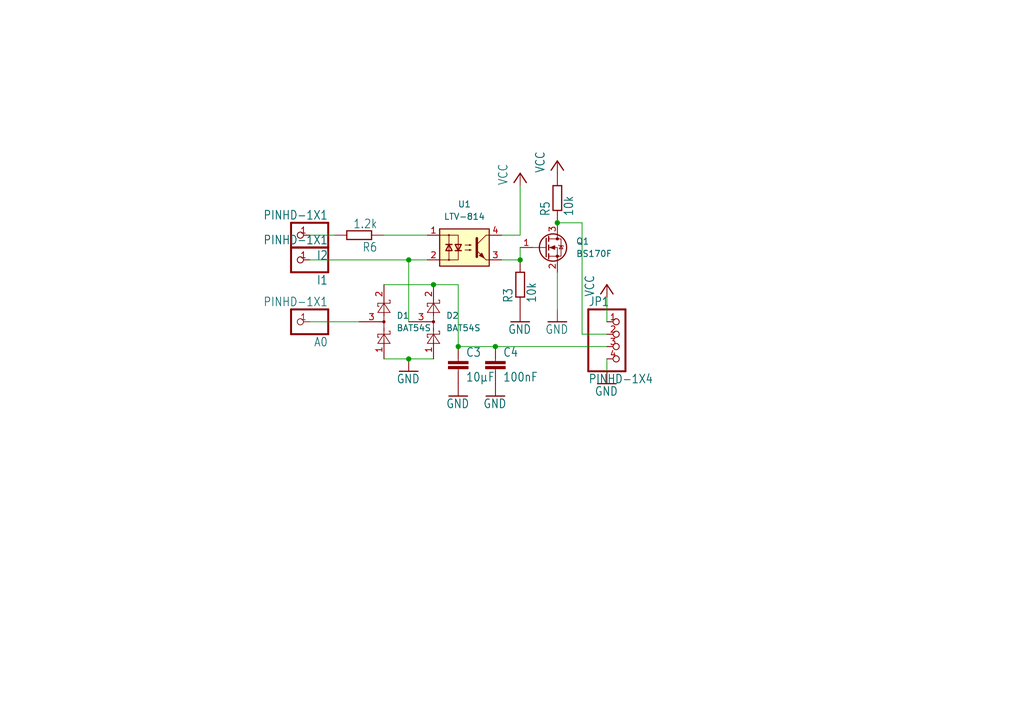
<source format=kicad_sch>
(kicad_sch (version 20211123) (generator eeschema)
  (paper "A5")
  (title_block (title "Alimentation LinkyMySensors") (company "FuméeBleue"))
  (lib_symbols
    (symbol "AlimTeleinfoMySensors-eagle-import:C-EUC1206"
      (property "Reference" "C" (at 1.524 0.381 0))
      (property "Value" "C-EUC1206" (at 1.524 -4.699 0))
      (symbol "C-EUC1206_1_0"
        (rectangle (start -2.032 -2.032) (end 2.032 -1.524) (fill (type outline)))
        (rectangle (start -2.032 -1.016) (end 2.032 -0.508) (fill (type outline)))
        (polyline (pts (xy 0 -2.54) (xy 0 -2.032)) (stroke (width 0.1524)))
        (polyline (pts (xy 0 0) (xy 0 -0.508)) (stroke (width 0.1524)))
        (pin passive line (at 0 2.54 270) (length 2.54) (name "1") (number "1"))
        (pin passive line (at 0 -5.08 90) (length 2.54) (name "2") (number "2"))
      )
    )
    (symbol "AlimTeleinfoMySensors-eagle-import:C-EUC1210"
      (property "Reference" "C" (at 1.524 0.381 0))
      (property "Value" "C-EUC1210" (at 1.524 -4.699 0))
      (symbol "C-EUC1210_1_0"
        (rectangle (start -2.032 -2.032) (end 2.032 -1.524) (fill (type outline)))
        (rectangle (start -2.032 -1.016) (end 2.032 -0.508) (fill (type outline)))
        (polyline (pts (xy 0 -2.54) (xy 0 -2.032)) (stroke (width 0.1524)))
        (polyline (pts (xy 0 0) (xy 0 -0.508)) (stroke (width 0.1524)))
        (pin passive line (at 0 2.54 270) (length 2.54) (name "1") (number "1"))
        (pin passive line (at 0 -5.08 90) (length 2.54) (name "2") (number "2"))
      )
    )
    (symbol "AlimTeleinfoMySensors-eagle-import:GND" (power)
      (property "Value" "GND" (at -2.54 -2.54 0))
      (symbol "GND_1_0"
        (polyline (pts (xy -1.905 0) (xy 1.905 0)) (stroke (width 0.254)))
        (pin power_in line (at 0 2.54 270) (length 2.54) (name "GND") (number "1"))
      )
    )
    (symbol "AlimTeleinfoMySensors-eagle-import:PINHD-1X1"
      (property "Reference" "JP" (at -6.35 3.175 0))
      (property "Value" "PINHD-1X1" (at -6.35 -5.08 0))
      (symbol "PINHD-1X1_1_0"
        (polyline (pts (xy -6.35 -2.54) (xy 1.27 -2.54)) (stroke (width 0.4064)))
        (polyline (pts (xy -6.35 2.54) (xy -6.35 -2.54)) (stroke (width 0.4064)))
        (polyline (pts (xy 1.27 -2.54) (xy 1.27 2.54)) (stroke (width 0.4064)))
        (polyline (pts (xy 1.27 2.54) (xy -6.35 2.54)) (stroke (width 0.4064)))
        (pin passive inverted (at -2.54 0 0) (length 2.54) (name "1") (number "1"))
      )
    )
    (symbol "AlimTeleinfoMySensors-eagle-import:PINHD-1X4"
      (property "Reference" "JP" (at -6.35 8.255 0))
      (property "Value" "PINHD-1X4" (at -6.35 -7.62 0))
      (symbol "PINHD-1X4_1_0"
        (polyline (pts (xy -6.35 -5.08) (xy 1.27 -5.08)) (stroke (width 0.4064)))
        (polyline (pts (xy -6.35 7.62) (xy -6.35 -5.08)) (stroke (width 0.4064)))
        (polyline (pts (xy 1.27 -5.08) (xy 1.27 7.62)) (stroke (width 0.4064)))
        (polyline (pts (xy 1.27 7.62) (xy -6.35 7.62)) (stroke (width 0.4064)))
        (pin passive inverted (at -2.54 5.08 0) (length 2.54) (name "1") (number "1"))
        (pin passive inverted (at -2.54 2.54 0) (length 2.54) (name "2") (number "2"))
        (pin passive inverted (at -2.54 0 0) (length 2.54) (name "3") (number "3"))
        (pin passive inverted (at -2.54 -2.54 0) (length 2.54) (name "4") (number "4"))
      )
    )
    (symbol "AlimTeleinfoMySensors-eagle-import:R-EU_M1206"
      (property "Reference" "R" (at -3.81 1.4986 0))
      (property "Value" "R-EU_M1206" (at -3.81 -3.302 0))
      (symbol "R-EU_M1206_1_0"
        (polyline (pts (xy -2.54 -0.889) (xy -2.54 0.889)) (stroke (width 0.254)))
        (polyline (pts (xy -2.54 -0.889) (xy 2.54 -0.889)) (stroke (width 0.254)))
        (polyline (pts (xy 2.54 -0.889) (xy 2.54 0.889)) (stroke (width 0.254)))
        (polyline (pts (xy 2.54 0.889) (xy -2.54 0.889)) (stroke (width 0.254)))
        (pin passive line (at -5.08 0 0) (length 2.54) (name "1") (number "1"))
        (pin passive line (at 5.08 0 180) (length 2.54) (name "2") (number "2"))
      )
    )
    (symbol "AlimTeleinfoMySensors-eagle-import:VCC" (power)
      (property "Value" "VCC" (at -2.54 -2.54 90))
      (symbol "VCC_1_0"
        (polyline (pts (xy 0 0) (xy -1.27 -1.905)) (stroke (width 0.254)))
        (polyline (pts (xy 1.27 -1.905) (xy 0 0)) (stroke (width 0.254)))
        (pin power_in line (at 0 -2.54 90) (length 2.54) (name "VCC") (number "1"))
      )
    )
    (symbol "Diode:BAT54S" (pin_names (offset 1.016))
      (property "Reference" "D" (at 0.635 -3.81 0))
      (property "Value" "BAT54S" (at -6.35 3.175 0))
      (symbol "BAT54S_0_1"
        (polyline (pts (xy -3.81 0) (xy -1.27 0)))
        (polyline (pts (xy -3.175 -1.27) (xy -3.175 -1.016)))
        (polyline (pts (xy -2.54 -1.27) (xy -3.175 -1.27)))
        (polyline (pts (xy -2.54 -1.27) (xy -2.54 1.27)))
        (polyline (pts (xy -2.54 1.27) (xy -1.905 1.27)))
        (polyline (pts (xy -1.905 0) (xy 1.905 0)))
        (polyline (pts (xy -1.905 1.27) (xy -1.905 1.016)))
        (polyline (pts (xy 1.27 0) (xy 3.81 0)))
        (polyline (pts (xy 3.175 -1.27) (xy 3.175 -1.016)))
        (polyline (pts (xy 3.81 -1.27) (xy 3.175 -1.27)))
        (polyline (pts (xy 3.81 -1.27) (xy 3.81 1.27)))
        (polyline (pts (xy 3.81 1.27) (xy 4.445 1.27)))
        (polyline (pts (xy 4.445 1.27) (xy 4.445 1.016)))
        (polyline (pts (xy -4.445 1.27) (xy -4.445 -1.27) (xy -2.54 0) (xy -4.445 1.27)))
        (polyline (pts (xy 1.905 1.27) (xy 1.905 -1.27) (xy 3.81 0) (xy 1.905 1.27)))
        (circle (center 0 0) (radius 0.254) (fill (type outline)))
      )
      (symbol "BAT54S_1_1"
        (pin passive line (at -7.62 0 0) (length 3.81) (name "~") (number "1"))
        (pin passive line (at 7.62 0 180) (length 3.81) (name "~") (number "2"))
        (pin passive line (at 0 -5.08 90) (length 5.08) (name "~") (number "3"))
      )
    )
    (symbol "Isolator:LTV-814" (pin_names (offset 1.016))
      (property "Reference" "U" (at -5.08 5.08 0))
      (property "Value" "LTV-814" (at 0 5.08 0))
      (symbol "LTV-814_0_1"
        (rectangle (start -5.08 3.81) (end 5.08 -3.81) (stroke (width 0.254)) (fill (type background)))
        (circle (center -3.175 -2.54) (radius 0.127))
        (circle (center -3.175 2.54) (radius 0.127))
        (polyline (pts (xy -3.175 2.54) (xy -3.175 -2.54)))
        (polyline (pts (xy -1.905 -0.635) (xy -0.635 -0.635)) (stroke (width 0.254)))
        (polyline (pts (xy 2.54 0.635) (xy 4.445 2.54)))
        (polyline (pts (xy 4.445 -2.54) (xy 2.54 -0.635)) (fill (type outline)))
        (polyline (pts (xy 4.445 -2.54) (xy 5.08 -2.54)))
        (polyline (pts (xy 4.445 2.54) (xy 5.08 2.54)))
        (polyline (pts (xy -5.08 2.54) (xy -1.27 2.54) (xy -1.27 -0.762)))
        (polyline (pts (xy -1.27 -0.635) (xy -1.27 -2.54) (xy -5.08 -2.54)))
        (polyline (pts (xy 2.54 1.905) (xy 2.54 -1.905) (xy 2.54 -1.905)) (stroke (width 0.508)))
        (polyline (pts (xy -1.27 -0.635) (xy -1.905 0.635) (xy -0.635 0.635) (xy -1.27 -0.635)) (stroke (width 0.254)))
        (polyline (pts (xy 0.127 -0.508) (xy 1.397 -0.508) (xy 1.016 -0.635) (xy 1.016 -0.381) (xy 1.397 -0.508)))
        (polyline (pts (xy 0.127 0.508) (xy 1.397 0.508) (xy 1.016 0.381) (xy 1.016 0.635) (xy 1.397 0.508)))
        (polyline (pts (xy 3.048 -1.651) (xy 3.556 -1.143) (xy 4.064 -2.159) (xy 3.048 -1.651) (xy 3.048 -1.651)) (fill (type outline)))
      )
      (symbol "LTV-814_1_1"
        (polyline (pts (xy -3.81 0.635) (xy -2.54 0.635)) (stroke (width 0.254)))
        (polyline (pts (xy -3.175 0.635) (xy -3.81 -0.635) (xy -2.54 -0.635) (xy -3.175 0.635)) (stroke (width 0.254)))
        (pin passive line (at -7.62 2.54 0) (length 2.54) (name "~") (number "1"))
        (pin passive line (at -7.62 -2.54 0) (length 2.54) (name "~") (number "2"))
        (pin passive line (at 7.62 -2.54 180) (length 2.54) (name "~") (number "3"))
        (pin passive line (at 7.62 2.54 180) (length 2.54) (name "~") (number "4"))
      )
    )
    (symbol "Transistor_FET:BS170F" (pin_names hide)
      (property "Reference" "Q" (at 5.08 1.905 0))
      (property "Value" "BS170F" (at 5.08 0 0))
      (symbol "BS170F_0_1"
        (polyline (pts (xy 0.254 0) (xy -2.54 0)))
        (polyline (pts (xy 0.254 1.905) (xy 0.254 -1.905)) (stroke (width 0.254)))
        (polyline (pts (xy 0.762 -1.27) (xy 0.762 -2.286)) (stroke (width 0.254)))
        (polyline (pts (xy 0.762 0.508) (xy 0.762 -0.508)) (stroke (width 0.254)))
        (polyline (pts (xy 0.762 2.286) (xy 0.762 1.27)) (stroke (width 0.254)))
        (polyline (pts (xy 2.54 2.54) (xy 2.54 1.778)))
        (polyline (pts (xy 2.54 -2.54) (xy 2.54 0) (xy 0.762 0)))
        (polyline (pts (xy 0.762 -1.778) (xy 3.302 -1.778) (xy 3.302 1.778) (xy 0.762 1.778)))
        (polyline (pts (xy 1.016 0) (xy 2.032 0.381) (xy 2.032 -0.381) (xy 1.016 0)) (fill (type outline)))
        (polyline (pts (xy 2.794 0.508) (xy 2.921 0.381) (xy 3.683 0.381) (xy 3.81 0.254)))
        (polyline (pts (xy 3.302 0.381) (xy 2.921 -0.254) (xy 3.683 -0.254) (xy 3.302 0.381)))
        (circle (center 1.651 0) (radius 2.794) (stroke (width 0.254)))
        (circle (center 2.54 -1.778) (radius 0.254) (fill (type outline)))
        (circle (center 2.54 1.778) (radius 0.254) (fill (type outline)))
      )
      (symbol "BS170F_1_1"
        (pin input line (at -5.08 0 0) (length 2.54) (name "G") (number "1"))
        (pin passive line (at 2.54 -5.08 90) (length 2.54) (name "S") (number "2"))
        (pin passive line (at 2.54 5.08 270) (length 2.54) (name "D") (number "3"))
      )
    )
  )
  (junction (at 114.3 45.72))
  (junction (at 83.82 73.66))
  (junction (at 93.98 71.12))
  (junction (at 101.6 71.12))
  (junction (at 106.68 53.34))
  (junction (at 88.9 58.42))
  (junction (at 83.82 53.34))
  (wire (pts (xy 101.6 71.12) (xy 93.98 71.12)))
  (wire (pts (xy 88.9 58.42) (xy 93.98 58.42)))
  (wire (pts (xy 102.87 53.34) (xy 106.68 53.34)))
  (wire (pts (xy 63.5 48.26) (xy 68.58 48.26)))
  (wire (pts (xy 78.74 58.42) (xy 88.9 58.42)))
  (wire (pts (xy 93.98 58.42) (xy 93.98 71.12)))
  (wire (pts (xy 78.74 48.26) (xy 87.63 48.26)))
  (wire (pts (xy 114.3 45.72) (xy 119.38 45.72)))
  (wire (pts (xy 124.46 60.96) (xy 124.46 66.04)))
  (wire (pts (xy 83.82 73.66) (xy 88.9 73.66)))
  (wire (pts (xy 124.46 71.12) (xy 101.6 71.12)))
  (wire (pts (xy 83.82 53.34) (xy 87.63 53.34)))
  (wire (pts (xy 124.46 76.2) (xy 124.46 73.66)))
  (wire (pts (xy 63.5 66.04) (xy 73.66 66.04)))
  (wire (pts (xy 114.3 63.5) (xy 114.3 55.88)))
  (wire (pts (xy 83.82 66.04) (xy 83.82 53.34)))
  (wire (pts (xy 78.74 73.66) (xy 83.82 73.66)))
  (wire (pts (xy 63.5 53.34) (xy 83.82 53.34)))
  (wire (pts (xy 119.38 68.58) (xy 124.46 68.58)))
  (wire (pts (xy 106.68 38.1) (xy 106.68 48.26)))
  (wire (pts (xy 119.38 45.72) (xy 119.38 68.58)))
  (wire (pts (xy 106.68 50.8) (xy 106.68 53.34)))
  (wire (pts (xy 102.87 48.26) (xy 106.68 48.26)))
  (symbol (lib_id "AlimTeleinfoMySensors-eagle-import:GND") (at 114.3 66.04 0) (unit 1)
    (property "Reference" "#GND012" (effects hide))
    (property "Value" "GND" (at 111.76 68.58 0) (effects (font (size 1.778 1.5113)) (justify left bottom)))
    (property "Footprint" "AlimTeleinfoMySensors:" (effects hide))
  )
  (symbol (lib_id "AlimTeleinfoMySensors-eagle-import:GND") (at 93.98 81.28 0) (unit 1)
    (property "Reference" "#GND04" (effects hide))
    (property "Value" "GND" (at 91.44 83.82 0) (effects (font (size 1.778 1.5113)) (justify left bottom)))
    (property "Footprint" "AlimTeleinfoMySensors:" (effects hide))
  )
  (symbol (lib_id "AlimTeleinfoMySensors-eagle-import:PINHD-1X1") (at 60.96 53.34 180) (unit 1)
    (property "Reference" "I1" (at 67.31 56.515 0) (effects (font (size 1.778 1.5113)) (justify left bottom)))
    (property "Value" "PINHD-1X1" (at 67.31 48.26 0) (effects (font (size 1.778 1.5113)) (justify left bottom)))
    (property "Footprint" "AlimTeleinfoMySensors:1X01" (effects hide))
  )
  (symbol (lib_id "AlimTeleinfoMySensors-eagle-import:R-EU_M1206") (at 73.66 48.26 180) (unit 1)
    (property "Reference" "R6" (at 77.47 49.7586 0) (effects (font (size 1.778 1.5113)) (justify left bottom)))
    (property "Value" "1.2k" (at 77.47 44.958 0) (effects (font (size 1.778 1.5113)) (justify left bottom)))
    (property "Footprint" "Resistor_SMD:R_1206_3216Metric" (effects hide))
  )
  (symbol (lib_id "AlimTeleinfoMySensors-eagle-import:VCC") (at 124.46 58.42 0) (unit 1)
    (property "Reference" "#P+02" (effects hide))
    (property "Value" "VCC" (at 121.92 60.96 90) (effects (font (size 1.778 1.5113)) (justify left bottom)))
    (property "Footprint" "AlimTeleinfoMySensors:" (effects hide))
  )
  (symbol (lib_id "AlimTeleinfoMySensors-eagle-import:R-EU_M1206") (at 106.68 58.42 90) (unit 1)
    (property "Reference" "R3" (at 105.1814 62.23 0) (effects (font (size 1.778 1.5113)) (justify left bottom)))
    (property "Value" "10k" (at 109.982 62.23 0) (effects (font (size 1.778 1.5113)) (justify left bottom)))
    (property "Footprint" "Resistor_SMD:R_1206_3216Metric" (effects hide))
  )
  (symbol (lib_id "AlimTeleinfoMySensors-eagle-import:GND") (at 106.68 66.04 0) (unit 1)
    (property "Reference" "#GND05" (effects hide))
    (property "Value" "GND" (at 104.14 68.58 0) (effects (font (size 1.778 1.5113)) (justify left bottom)))
    (property "Footprint" "AlimTeleinfoMySensors:" (effects hide))
  )
  (symbol (lib_id "Transistor_FET:BS170F") (at 111.76 50.8 0) (unit 1)
    (property "Reference" "Q1" (at 118.11 49.5299 0) (effects (justify left)))
    (property "Value" "BS170F" (at 118.11 52.0699 0) (effects (justify left)))
    (property "Footprint" "Package_TO_SOT_SMD:SOT-23" (effects hide))
    (property "Datasheet" "http://www.diodes.com/assets/Datasheets/BS170F.pdf" (effects hide))
  )
  (symbol (lib_id "AlimTeleinfoMySensors-eagle-import:VCC") (at 114.3 33.02 0) (unit 1)
    (property "Reference" "#P+01" (effects hide))
    (property "Value" "VCC" (at 111.76 35.56 90) (effects (font (size 1.778 1.5113)) (justify left bottom)))
    (property "Footprint" "AlimTeleinfoMySensors:" (effects hide))
  )
  (symbol (lib_id "AlimTeleinfoMySensors-eagle-import:GND") (at 124.46 78.74 0) (unit 1)
    (property "Reference" "#GND01" (effects hide))
    (property "Value" "GND" (at 121.92 81.28 0) (effects (font (size 1.778 1.5113)) (justify left bottom)))
    (property "Footprint" "AlimTeleinfoMySensors:" (effects hide))
  )
  (symbol (lib_id "AlimTeleinfoMySensors-eagle-import:GND") (at 83.82 76.2 0) (unit 1)
    (property "Reference" "#GND02" (effects hide))
    (property "Value" "GND" (at 81.28 78.74 0) (effects (font (size 1.778 1.5113)) (justify left bottom)))
    (property "Footprint" "AlimTeleinfoMySensors:" (effects hide))
  )
  (symbol (lib_id "AlimTeleinfoMySensors-eagle-import:PINHD-1X4") (at 127 71.12 0) (unit 1)
    (property "Reference" "JP1" (at 120.65 62.865 0) (effects (font (size 1.778 1.5113)) (justify left bottom)))
    (property "Value" "PINHD-1X4" (at 120.65 78.74 0) (effects (font (size 1.778 1.5113)) (justify left bottom)))
    (property "Footprint" "AlimTeleinfoMySensors:1X04" (effects hide))
  )
  (symbol (lib_id "AlimTeleinfoMySensors-eagle-import:PINHD-1X1") (at 60.96 66.04 180) (unit 1)
    (property "Reference" "A0" (at 67.31 69.215 0) (effects (font (size 1.778 1.5113)) (justify left bottom)))
    (property "Value" "PINHD-1X1" (at 67.31 60.96 0) (effects (font (size 1.778 1.5113)) (justify left bottom)))
    (property "Footprint" "AlimTeleinfoMySensors:1X01" (effects hide))
  )
  (symbol (lib_id "AlimTeleinfoMySensors-eagle-import:GND") (at 101.6 81.28 0) (unit 1)
    (property "Reference" "#GND010" (effects hide))
    (property "Value" "GND" (at 99.06 83.82 0) (effects (font (size 1.778 1.5113)) (justify left bottom)))
    (property "Footprint" "AlimTeleinfoMySensors:" (effects hide))
  )
  (symbol (lib_id "AlimTeleinfoMySensors-eagle-import:VCC") (at 106.68 35.56 0) (unit 1)
    (property "Reference" "#P+09" (effects hide))
    (property "Value" "VCC" (at 104.14 38.1 90) (effects (font (size 1.778 1.5113)) (justify left bottom)))
    (property "Footprint" "AlimTeleinfoMySensors:" (effects hide))
  )
  (symbol (lib_id "AlimTeleinfoMySensors-eagle-import:C-EUC1210") (at 93.98 73.66 0) (unit 1)
    (property "Reference" "C3" (at 95.504 73.279 0) (effects (font (size 1.778 1.5113)) (justify left bottom)))
    (property "Value" "10µF" (at 95.504 78.359 0) (effects (font (size 1.778 1.5113)) (justify left bottom)))
    (property "Footprint" "Capacitor_SMD:C_1210_3225Metric" (effects hide))
  )
  (symbol (lib_id "Isolator:LTV-814") (at 95.25 50.8 0) (unit 1)
    (property "Reference" "U1" (at 95.25 41.91 0))
    (property "Value" "LTV-814" (at 95.25 44.45 0))
    (property "Footprint" "Package_DIP:DIP-4_W7.62mm" (effects hide))
    (property "Datasheet" "https://optoelectronics.liteon.com/upload/download/DS-70-96-0013/LTV-8X4%20series%20201509.pdf" (effects hide))
  )
  (symbol (lib_id "AlimTeleinfoMySensors-eagle-import:PINHD-1X1") (at 60.96 48.26 180) (unit 1)
    (property "Reference" "I2" (at 67.31 51.435 0) (effects (font (size 1.778 1.5113)) (justify left bottom)))
    (property "Value" "PINHD-1X1" (at 67.31 43.18 0) (effects (font (size 1.778 1.5113)) (justify left bottom)))
    (property "Footprint" "AlimTeleinfoMySensors:1X01" (effects hide))
  )
  (symbol (lib_id "Diode:BAT54S") (at 88.9 66.04 270) (mirror x) (unit 1)
    (property "Reference" "D2" (at 91.44 64.7699 90) (effects (justify left)))
    (property "Value" "BAT54S" (at 91.44 67.3099 90) (effects (justify left)))
    (property "Footprint" "Package_TO_SOT_SMD:SOT-23" (effects hide))
    (property "Datasheet" "https://www.diodes.com/assets/Datasheets/ds11005.pdf" (effects hide))
  )
  (symbol (lib_id "AlimTeleinfoMySensors-eagle-import:R-EU_M1206") (at 114.3 40.64 90) (unit 1)
    (property "Reference" "R5" (at 112.8014 44.45 0) (effects (font (size 1.778 1.5113)) (justify left bottom)))
    (property "Value" "10k" (at 117.602 44.45 0) (effects (font (size 1.778 1.5113)) (justify left bottom)))
    (property "Footprint" "Resistor_SMD:R_1206_3216Metric" (effects hide))
  )
  (symbol (lib_id "AlimTeleinfoMySensors-eagle-import:C-EUC1206") (at 101.6 73.66 0) (unit 1)
    (property "Reference" "C4" (at 103.124 73.279 0) (effects (font (size 1.778 1.5113)) (justify left bottom)))
    (property "Value" "100nF" (at 103.124 78.359 0) (effects (font (size 1.778 1.5113)) (justify left bottom)))
    (property "Footprint" "Capacitor_SMD:C_1206_3216Metric" (effects hide))
  )
  (symbol (lib_id "Diode:BAT54S") (at 78.74 66.04 270) (mirror x) (unit 1)
    (property "Reference" "D1" (at 81.28 64.7699 90) (effects (justify left)))
    (property "Value" "BAT54S" (at 81.28 67.3099 90) (effects (justify left)))
    (property "Footprint" "Package_TO_SOT_SMD:SOT-23" (effects hide))
    (property "Datasheet" "https://www.diodes.com/assets/Datasheets/ds11005.pdf" (effects hide))
  )
)
</source>
